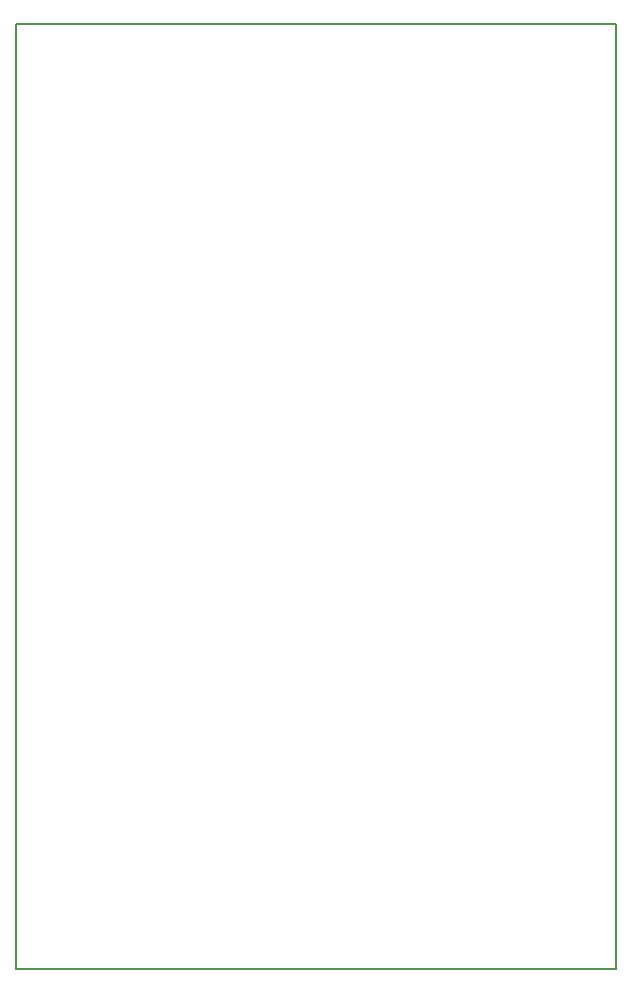
<source format=gbr>
G04 #@! TF.FileFunction,Profile,NP*
%FSLAX46Y46*%
G04 Gerber Fmt 4.6, Leading zero omitted, Abs format (unit mm)*
G04 Created by KiCad (PCBNEW (2015-12-07 BZR 6352)-product) date Fri 09 Sep 2016 08:12:53 PM EDT*
%MOMM*%
G01*
G04 APERTURE LIST*
%ADD10C,0.100000*%
%ADD11C,0.150000*%
G04 APERTURE END LIST*
D10*
D11*
X50800000Y0D02*
X0Y0D01*
X50800000Y1270000D02*
X50800000Y0D01*
X50800000Y80010000D02*
X50800000Y1270000D01*
X0Y80010000D02*
X50800000Y80010000D01*
X0Y0D02*
X0Y80010000D01*
M02*

</source>
